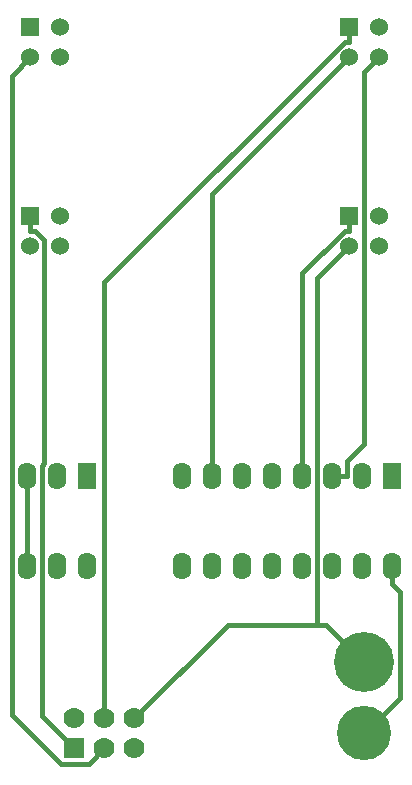
<source format=gtl>
G04 (created by PCBNEW (2013-mar-13)-testing) date Wed 23 Jul 2014 10:48:42 AM PDT*
%MOIN*%
G04 Gerber Fmt 3.4, Leading zero omitted, Abs format*
%FSLAX34Y34*%
G01*
G70*
G90*
G04 APERTURE LIST*
%ADD10C,0.005906*%
%ADD11R,0.060000X0.060000*%
%ADD12C,0.060000*%
%ADD13R,0.070000X0.070000*%
%ADD14C,0.070000*%
%ADD15C,0.200000*%
%ADD16C,0.181100*%
%ADD17R,0.062000X0.090000*%
%ADD18O,0.062000X0.090000*%
%ADD19C,0.015000*%
G04 APERTURE END LIST*
G54D10*
G54D11*
X21744Y-24500D03*
G54D12*
X22744Y-24500D03*
X21744Y-25500D03*
X22744Y-25500D03*
G54D11*
X21744Y-30799D03*
G54D12*
X22744Y-30799D03*
X21744Y-31799D03*
X22744Y-31799D03*
G54D11*
X32374Y-24500D03*
G54D12*
X33374Y-24500D03*
X32374Y-25500D03*
X33374Y-25500D03*
G54D11*
X32374Y-30799D03*
G54D12*
X33374Y-30799D03*
X32374Y-31799D03*
X33374Y-31799D03*
G54D13*
X23212Y-48531D03*
G54D14*
X23212Y-47531D03*
X24212Y-48531D03*
X24212Y-47531D03*
X25212Y-48531D03*
X25212Y-47531D03*
G54D15*
X32874Y-45669D03*
G54D16*
X32874Y-48031D03*
G54D17*
X23637Y-39444D03*
G54D18*
X22637Y-39444D03*
X21637Y-39444D03*
X21637Y-42444D03*
X22637Y-42444D03*
X23637Y-42444D03*
G54D17*
X33814Y-39444D03*
G54D18*
X32814Y-39444D03*
X31814Y-39444D03*
X30814Y-39444D03*
X29814Y-39444D03*
X28814Y-39444D03*
X27814Y-39444D03*
X26814Y-39444D03*
X26814Y-42444D03*
X27814Y-42444D03*
X28814Y-42444D03*
X29814Y-42444D03*
X30814Y-42444D03*
X31814Y-42444D03*
X32814Y-42444D03*
X33814Y-42444D03*
G54D19*
X34060Y-46844D02*
X32874Y-48031D01*
X34060Y-43315D02*
X34060Y-46844D01*
X33814Y-43070D02*
X34060Y-43315D01*
X33814Y-42444D02*
X33814Y-43070D01*
X27814Y-30059D02*
X32374Y-25500D01*
X27814Y-39444D02*
X27814Y-30059D01*
X21892Y-31274D02*
X21744Y-31274D01*
X22219Y-31600D02*
X21892Y-31274D01*
X22219Y-39037D02*
X22219Y-31600D01*
X22140Y-39116D02*
X22219Y-39037D01*
X22140Y-47458D02*
X22140Y-39116D01*
X23212Y-48531D02*
X22140Y-47458D01*
X21744Y-30799D02*
X21744Y-31274D01*
X32225Y-24975D02*
X32374Y-24975D01*
X24212Y-32988D02*
X32225Y-24975D01*
X24212Y-47531D02*
X24212Y-32988D01*
X32374Y-24500D02*
X32374Y-24975D01*
X21637Y-42444D02*
X21637Y-39444D01*
X32300Y-38959D02*
X32300Y-39444D01*
X32874Y-38385D02*
X32300Y-38959D01*
X32874Y-26000D02*
X32874Y-38385D01*
X33374Y-25500D02*
X32874Y-26000D01*
X31814Y-39444D02*
X32300Y-39444D01*
X30814Y-32684D02*
X30814Y-39444D01*
X32225Y-31274D02*
X30814Y-32684D01*
X32374Y-31274D02*
X32225Y-31274D01*
X32374Y-30799D02*
X32374Y-31274D01*
X23687Y-49056D02*
X24212Y-48531D01*
X22766Y-49056D02*
X23687Y-49056D01*
X21138Y-47428D02*
X22766Y-49056D01*
X21138Y-26105D02*
X21138Y-47428D01*
X21744Y-25500D02*
X21138Y-26105D01*
X31314Y-32858D02*
X32374Y-31799D01*
X31314Y-44411D02*
X31314Y-32858D01*
X31616Y-44411D02*
X31314Y-44411D01*
X32874Y-45669D02*
X31616Y-44411D01*
X28332Y-44411D02*
X25212Y-47531D01*
X31314Y-44411D02*
X28332Y-44411D01*
M02*

</source>
